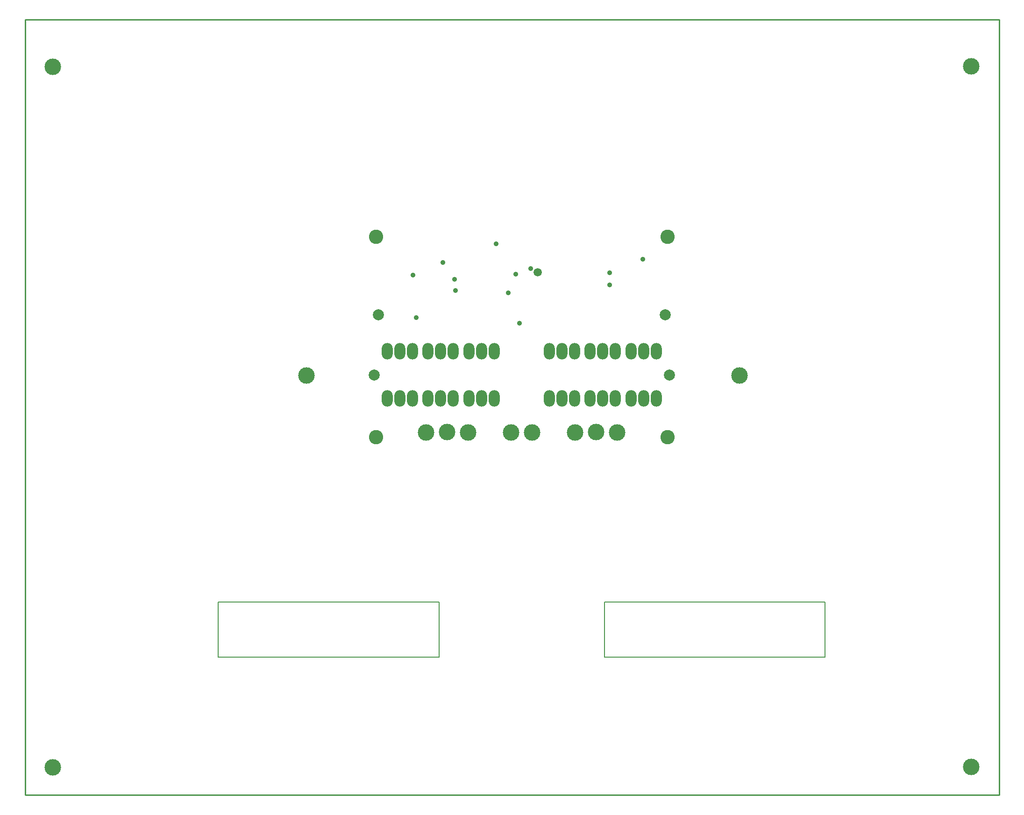
<source format=gbr>
G04 Generated by CircuitCAM Version 5.2*
%FSLAX24Y24*%
%MOMM*%
%ADD169C,3.000000*%
%ADD26C,2.600000*%
%ADD137C,1.500000*%
%ADD144C,2.000000*%
%ADD165O,2.000000X3.000000*%
%ADD188C,0.900000*%
%ADD189C,0.200000*%
%ADD134C,0.254000*%
%LNTopLayer*%
%LPD*%
G54D169*
X1764500Y100800D03*
X1764500Y100800D03*
X931050Y707240D03*
X1764500Y100800D03*
X969150Y707240D03*
X777000Y707240D03*
X815100Y708000D03*
X853200Y707240D03*
X1047000Y707240D03*
X1085100Y708000D03*
X1123200Y707240D03*
X100000Y1370000D03*
X1764500Y1370800D03*
X100000Y100000D03*
X560000Y810000D03*
X1345000Y810000D03*
G54D26*
X685940Y698630D03*
X1214260Y698630D03*
X685940Y1061850D03*
X1214260Y1061850D03*
X685967Y698640D03*
G54D137*
X978640Y997755D03*
G54D144*
X1210000Y920000D03*
X690000Y920000D03*
X682627Y811511D03*
X1217627Y811511D03*
G54D165*
X729100Y768500D03*
X729100Y854500D03*
X751960Y854500D03*
X706240Y854500D03*
X803100Y854500D03*
X825960Y854500D03*
X780240Y854500D03*
X877100Y854500D03*
X899960Y854500D03*
X854240Y854500D03*
X1023100Y768500D03*
X706240Y768500D03*
X1000240Y768500D03*
X1045960Y768500D03*
X1097100Y768500D03*
X1074240Y768500D03*
X1119960Y768500D03*
X1171100Y768500D03*
X1148240Y768500D03*
X1193960Y768500D03*
X1023100Y854500D03*
X1045960Y854500D03*
X751960Y768500D03*
X1000240Y854500D03*
X1097100Y854500D03*
X1119960Y854500D03*
X1074240Y854500D03*
X1171100Y854500D03*
X1193960Y854500D03*
X1148240Y854500D03*
X803100Y768500D03*
X780240Y768500D03*
X826050Y768500D03*
X877100Y768500D03*
X854240Y768500D03*
X899960Y768500D03*
G54D188*
X966100Y1004500D03*
X1109600Y974140D03*
X1109100Y996240D03*
X925300Y960240D03*
X1169600Y1021240D03*
X946100Y905240D03*
X807100Y1015240D03*
X753100Y992240D03*
X939600Y994240D03*
X758600Y915000D03*
X829800Y964000D03*
X904100Y1049240D03*
X828100Y984240D03*
%LNBoardOutline*%
%LPD*%
G54D189*
X400000Y400000D02*
X800000Y400000D01*
X800000Y300000D01*
X400000Y300000D01*
X400000Y400000D01*
X400000Y400000D02*
X800000Y400000D01*
X800000Y300000D01*
X400000Y300000D01*
X400000Y400000D01*
X400000Y400000D02*
X800000Y400000D01*
X800000Y300000D01*
X400000Y300000D01*
X400000Y400000D01*
X400000Y400000D02*
X800000Y400000D01*
X800000Y300000D01*
X400000Y300000D01*
X400000Y400000D01*
X1100000Y400000D02*
X1500000Y400000D01*
X1500000Y300000D01*
X1100000Y300000D01*
X1100000Y400000D01*
X800000Y400000D02*
X400000Y400000D01*
X400000Y400000D01*
X800000Y400000D01*
X400000Y400000D02*
X800000Y400000D01*
X800000Y300000D01*
X400000Y300000D01*
X400000Y400000D01*
G54D134*
X50000Y50000D02*
X1815300Y50000D01*
X1815300Y1455000D01*
X675000Y1455000D01*
X235000Y1455000D01*
X50000Y1455000D01*
X50000Y50000D01*
M02*

</source>
